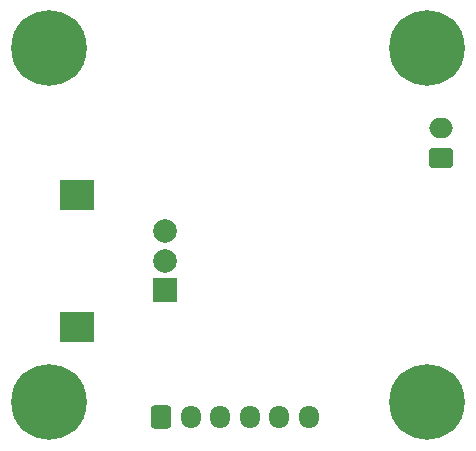
<source format=gbr>
%TF.GenerationSoftware,KiCad,Pcbnew,8.0.8*%
%TF.CreationDate,2025-01-29T06:06:36+01:00*%
%TF.ProjectId,PCB_Gant,5043425f-4761-46e7-942e-6b696361645f,rev?*%
%TF.SameCoordinates,Original*%
%TF.FileFunction,Soldermask,Bot*%
%TF.FilePolarity,Negative*%
%FSLAX46Y46*%
G04 Gerber Fmt 4.6, Leading zero omitted, Abs format (unit mm)*
G04 Created by KiCad (PCBNEW 8.0.8) date 2025-01-29 06:06:36*
%MOMM*%
%LPD*%
G01*
G04 APERTURE LIST*
G04 Aperture macros list*
%AMRoundRect*
0 Rectangle with rounded corners*
0 $1 Rounding radius*
0 $2 $3 $4 $5 $6 $7 $8 $9 X,Y pos of 4 corners*
0 Add a 4 corners polygon primitive as box body*
4,1,4,$2,$3,$4,$5,$6,$7,$8,$9,$2,$3,0*
0 Add four circle primitives for the rounded corners*
1,1,$1+$1,$2,$3*
1,1,$1+$1,$4,$5*
1,1,$1+$1,$6,$7*
1,1,$1+$1,$8,$9*
0 Add four rect primitives between the rounded corners*
20,1,$1+$1,$2,$3,$4,$5,0*
20,1,$1+$1,$4,$5,$6,$7,0*
20,1,$1+$1,$6,$7,$8,$9,0*
20,1,$1+$1,$8,$9,$2,$3,0*%
G04 Aperture macros list end*
%ADD10RoundRect,0.250000X0.750000X-0.600000X0.750000X0.600000X-0.750000X0.600000X-0.750000X-0.600000X0*%
%ADD11O,2.000000X1.700000*%
%ADD12C,0.800000*%
%ADD13C,6.400000*%
%ADD14RoundRect,0.250000X-0.600000X-0.725000X0.600000X-0.725000X0.600000X0.725000X-0.600000X0.725000X0*%
%ADD15O,1.700000X1.950000*%
%ADD16R,2.000000X2.000000*%
%ADD17C,2.000000*%
%ADD18R,3.000000X2.500000*%
G04 APERTURE END LIST*
D10*
%TO.C,J3*%
X133160000Y-79280000D03*
D11*
X133160000Y-76780000D03*
%TD*%
D12*
%TO.C,H1*%
X97600000Y-100000000D03*
X98302944Y-98302944D03*
X98302944Y-101697056D03*
X100000000Y-97600000D03*
D13*
X100000000Y-100000000D03*
D12*
X100000000Y-102400000D03*
X101697056Y-98302944D03*
X101697056Y-101697056D03*
X102400000Y-100000000D03*
%TD*%
D14*
%TO.C,J2*%
X109500000Y-101200000D03*
D15*
X112000000Y-101200000D03*
X114500000Y-101200000D03*
X117000000Y-101200000D03*
X119500000Y-101200000D03*
X122000000Y-101200000D03*
%TD*%
D12*
%TO.C,H2*%
X97600000Y-70000000D03*
X98302944Y-68302944D03*
X98302944Y-71697056D03*
X100000000Y-67600000D03*
D13*
X100000000Y-70000000D03*
D12*
X100000000Y-72400000D03*
X101697056Y-68302944D03*
X101697056Y-71697056D03*
X102400000Y-70000000D03*
%TD*%
%TO.C,H3*%
X129600000Y-100000000D03*
X130302944Y-98302944D03*
X130302944Y-101697056D03*
X132000000Y-97600000D03*
D13*
X132000000Y-100000000D03*
D12*
X132000000Y-102400000D03*
X133697056Y-98302944D03*
X133697056Y-101697056D03*
X134400000Y-100000000D03*
%TD*%
D16*
%TO.C,SW2*%
X109820000Y-90500000D03*
D17*
X109820000Y-85500000D03*
X109820000Y-88000000D03*
D18*
X102320000Y-93600000D03*
X102320000Y-82400000D03*
%TD*%
D12*
%TO.C,H4*%
X129600000Y-70000000D03*
X130302944Y-68302944D03*
X130302944Y-71697056D03*
X132000000Y-67600000D03*
D13*
X132000000Y-70000000D03*
D12*
X132000000Y-72400000D03*
X133697056Y-68302944D03*
X133697056Y-71697056D03*
X134400000Y-70000000D03*
%TD*%
M02*

</source>
